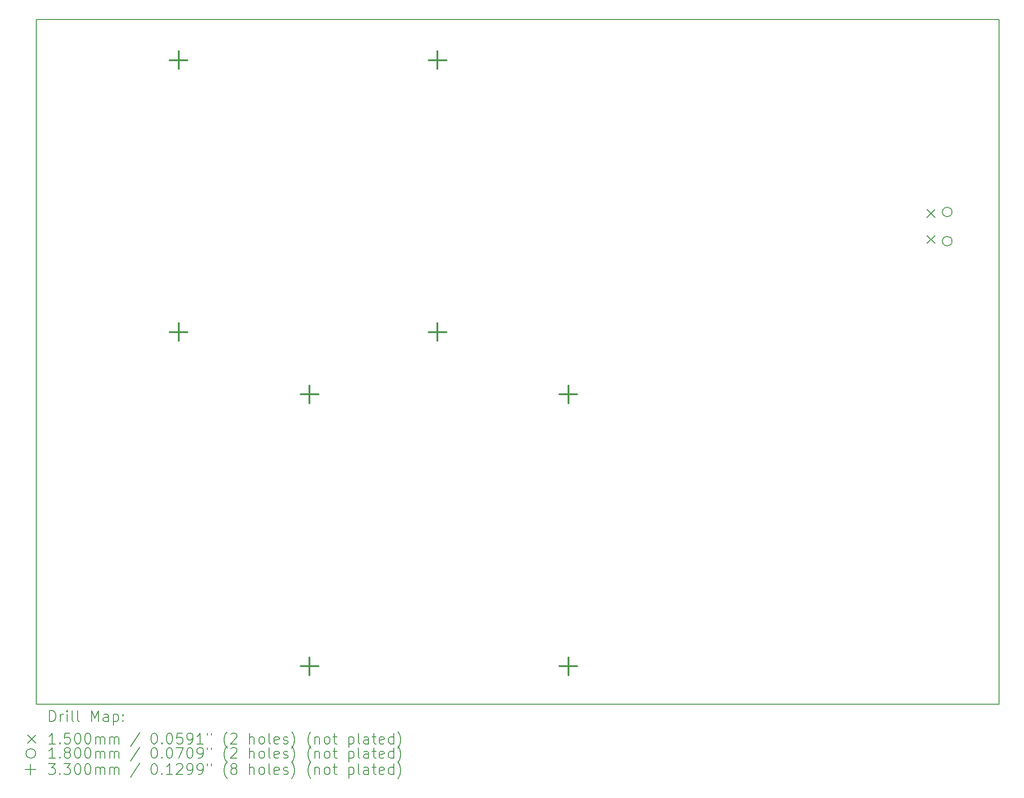
<source format=gbr>
%TF.GenerationSoftware,KiCad,Pcbnew,8.0.8-8.0.8-0~ubuntu22.04.1*%
%TF.CreationDate,2025-01-31T14:51:57-08:00*%
%TF.ProjectId,Backplane_Board,4261636b-706c-4616-9e65-5f426f617264,1*%
%TF.SameCoordinates,Original*%
%TF.FileFunction,Drillmap*%
%TF.FilePolarity,Positive*%
%FSLAX45Y45*%
G04 Gerber Fmt 4.5, Leading zero omitted, Abs format (unit mm)*
G04 Created by KiCad (PCBNEW 8.0.8-8.0.8-0~ubuntu22.04.1) date 2025-01-31 14:51:57*
%MOMM*%
%LPD*%
G01*
G04 APERTURE LIST*
%ADD10C,0.200000*%
%ADD11C,0.150000*%
%ADD12C,0.180000*%
%ADD13C,0.330000*%
G04 APERTURE END LIST*
D10*
X3130000Y-2340000D02*
X21102000Y-2340000D01*
X21102000Y-15130000D01*
X3130000Y-15130000D01*
X3130000Y-2340000D01*
D11*
X19753500Y-5888500D02*
X19903500Y-6038500D01*
X19903500Y-5888500D02*
X19753500Y-6038500D01*
X19753500Y-6373500D02*
X19903500Y-6523500D01*
X19903500Y-6373500D02*
X19753500Y-6523500D01*
D12*
X20221500Y-5933500D02*
G75*
G02*
X20041500Y-5933500I-90000J0D01*
G01*
X20041500Y-5933500D02*
G75*
G02*
X20221500Y-5933500I90000J0D01*
G01*
X20221500Y-6478500D02*
G75*
G02*
X20041500Y-6478500I-90000J0D01*
G01*
X20041500Y-6478500D02*
G75*
G02*
X20221500Y-6478500I90000J0D01*
G01*
D13*
X5789500Y-2932500D02*
X5789500Y-3262500D01*
X5624500Y-3097500D02*
X5954500Y-3097500D01*
X5789500Y-8012500D02*
X5789500Y-8342500D01*
X5624500Y-8177500D02*
X5954500Y-8177500D01*
X8230000Y-9175000D02*
X8230000Y-9505000D01*
X8065000Y-9340000D02*
X8395000Y-9340000D01*
X8230000Y-14255000D02*
X8230000Y-14585000D01*
X8065000Y-14420000D02*
X8395000Y-14420000D01*
X10619500Y-2932500D02*
X10619500Y-3262500D01*
X10454500Y-3097500D02*
X10784500Y-3097500D01*
X10619500Y-8012500D02*
X10619500Y-8342500D01*
X10454500Y-8177500D02*
X10784500Y-8177500D01*
X13060000Y-9175000D02*
X13060000Y-9505000D01*
X12895000Y-9340000D02*
X13225000Y-9340000D01*
X13060000Y-14255000D02*
X13060000Y-14585000D01*
X12895000Y-14420000D02*
X13225000Y-14420000D01*
D10*
X3380777Y-15451484D02*
X3380777Y-15251484D01*
X3380777Y-15251484D02*
X3428396Y-15251484D01*
X3428396Y-15251484D02*
X3456967Y-15261008D01*
X3456967Y-15261008D02*
X3476015Y-15280055D01*
X3476015Y-15280055D02*
X3485539Y-15299103D01*
X3485539Y-15299103D02*
X3495062Y-15337198D01*
X3495062Y-15337198D02*
X3495062Y-15365769D01*
X3495062Y-15365769D02*
X3485539Y-15403865D01*
X3485539Y-15403865D02*
X3476015Y-15422912D01*
X3476015Y-15422912D02*
X3456967Y-15441960D01*
X3456967Y-15441960D02*
X3428396Y-15451484D01*
X3428396Y-15451484D02*
X3380777Y-15451484D01*
X3580777Y-15451484D02*
X3580777Y-15318150D01*
X3580777Y-15356246D02*
X3590301Y-15337198D01*
X3590301Y-15337198D02*
X3599824Y-15327674D01*
X3599824Y-15327674D02*
X3618872Y-15318150D01*
X3618872Y-15318150D02*
X3637920Y-15318150D01*
X3704586Y-15451484D02*
X3704586Y-15318150D01*
X3704586Y-15251484D02*
X3695062Y-15261008D01*
X3695062Y-15261008D02*
X3704586Y-15270531D01*
X3704586Y-15270531D02*
X3714110Y-15261008D01*
X3714110Y-15261008D02*
X3704586Y-15251484D01*
X3704586Y-15251484D02*
X3704586Y-15270531D01*
X3828396Y-15451484D02*
X3809348Y-15441960D01*
X3809348Y-15441960D02*
X3799824Y-15422912D01*
X3799824Y-15422912D02*
X3799824Y-15251484D01*
X3933158Y-15451484D02*
X3914110Y-15441960D01*
X3914110Y-15441960D02*
X3904586Y-15422912D01*
X3904586Y-15422912D02*
X3904586Y-15251484D01*
X4161729Y-15451484D02*
X4161729Y-15251484D01*
X4161729Y-15251484D02*
X4228396Y-15394341D01*
X4228396Y-15394341D02*
X4295063Y-15251484D01*
X4295063Y-15251484D02*
X4295063Y-15451484D01*
X4476015Y-15451484D02*
X4476015Y-15346722D01*
X4476015Y-15346722D02*
X4466491Y-15327674D01*
X4466491Y-15327674D02*
X4447444Y-15318150D01*
X4447444Y-15318150D02*
X4409348Y-15318150D01*
X4409348Y-15318150D02*
X4390301Y-15327674D01*
X4476015Y-15441960D02*
X4456967Y-15451484D01*
X4456967Y-15451484D02*
X4409348Y-15451484D01*
X4409348Y-15451484D02*
X4390301Y-15441960D01*
X4390301Y-15441960D02*
X4380777Y-15422912D01*
X4380777Y-15422912D02*
X4380777Y-15403865D01*
X4380777Y-15403865D02*
X4390301Y-15384817D01*
X4390301Y-15384817D02*
X4409348Y-15375293D01*
X4409348Y-15375293D02*
X4456967Y-15375293D01*
X4456967Y-15375293D02*
X4476015Y-15365769D01*
X4571253Y-15318150D02*
X4571253Y-15518150D01*
X4571253Y-15327674D02*
X4590301Y-15318150D01*
X4590301Y-15318150D02*
X4628396Y-15318150D01*
X4628396Y-15318150D02*
X4647444Y-15327674D01*
X4647444Y-15327674D02*
X4656967Y-15337198D01*
X4656967Y-15337198D02*
X4666491Y-15356246D01*
X4666491Y-15356246D02*
X4666491Y-15413388D01*
X4666491Y-15413388D02*
X4656967Y-15432436D01*
X4656967Y-15432436D02*
X4647444Y-15441960D01*
X4647444Y-15441960D02*
X4628396Y-15451484D01*
X4628396Y-15451484D02*
X4590301Y-15451484D01*
X4590301Y-15451484D02*
X4571253Y-15441960D01*
X4752205Y-15432436D02*
X4761729Y-15441960D01*
X4761729Y-15441960D02*
X4752205Y-15451484D01*
X4752205Y-15451484D02*
X4742682Y-15441960D01*
X4742682Y-15441960D02*
X4752205Y-15432436D01*
X4752205Y-15432436D02*
X4752205Y-15451484D01*
X4752205Y-15327674D02*
X4761729Y-15337198D01*
X4761729Y-15337198D02*
X4752205Y-15346722D01*
X4752205Y-15346722D02*
X4742682Y-15337198D01*
X4742682Y-15337198D02*
X4752205Y-15327674D01*
X4752205Y-15327674D02*
X4752205Y-15346722D01*
D11*
X2970000Y-15705000D02*
X3120000Y-15855000D01*
X3120000Y-15705000D02*
X2970000Y-15855000D01*
D10*
X3485539Y-15871484D02*
X3371253Y-15871484D01*
X3428396Y-15871484D02*
X3428396Y-15671484D01*
X3428396Y-15671484D02*
X3409348Y-15700055D01*
X3409348Y-15700055D02*
X3390301Y-15719103D01*
X3390301Y-15719103D02*
X3371253Y-15728627D01*
X3571253Y-15852436D02*
X3580777Y-15861960D01*
X3580777Y-15861960D02*
X3571253Y-15871484D01*
X3571253Y-15871484D02*
X3561729Y-15861960D01*
X3561729Y-15861960D02*
X3571253Y-15852436D01*
X3571253Y-15852436D02*
X3571253Y-15871484D01*
X3761729Y-15671484D02*
X3666491Y-15671484D01*
X3666491Y-15671484D02*
X3656967Y-15766722D01*
X3656967Y-15766722D02*
X3666491Y-15757198D01*
X3666491Y-15757198D02*
X3685539Y-15747674D01*
X3685539Y-15747674D02*
X3733158Y-15747674D01*
X3733158Y-15747674D02*
X3752205Y-15757198D01*
X3752205Y-15757198D02*
X3761729Y-15766722D01*
X3761729Y-15766722D02*
X3771253Y-15785769D01*
X3771253Y-15785769D02*
X3771253Y-15833388D01*
X3771253Y-15833388D02*
X3761729Y-15852436D01*
X3761729Y-15852436D02*
X3752205Y-15861960D01*
X3752205Y-15861960D02*
X3733158Y-15871484D01*
X3733158Y-15871484D02*
X3685539Y-15871484D01*
X3685539Y-15871484D02*
X3666491Y-15861960D01*
X3666491Y-15861960D02*
X3656967Y-15852436D01*
X3895062Y-15671484D02*
X3914110Y-15671484D01*
X3914110Y-15671484D02*
X3933158Y-15681008D01*
X3933158Y-15681008D02*
X3942682Y-15690531D01*
X3942682Y-15690531D02*
X3952205Y-15709579D01*
X3952205Y-15709579D02*
X3961729Y-15747674D01*
X3961729Y-15747674D02*
X3961729Y-15795293D01*
X3961729Y-15795293D02*
X3952205Y-15833388D01*
X3952205Y-15833388D02*
X3942682Y-15852436D01*
X3942682Y-15852436D02*
X3933158Y-15861960D01*
X3933158Y-15861960D02*
X3914110Y-15871484D01*
X3914110Y-15871484D02*
X3895062Y-15871484D01*
X3895062Y-15871484D02*
X3876015Y-15861960D01*
X3876015Y-15861960D02*
X3866491Y-15852436D01*
X3866491Y-15852436D02*
X3856967Y-15833388D01*
X3856967Y-15833388D02*
X3847443Y-15795293D01*
X3847443Y-15795293D02*
X3847443Y-15747674D01*
X3847443Y-15747674D02*
X3856967Y-15709579D01*
X3856967Y-15709579D02*
X3866491Y-15690531D01*
X3866491Y-15690531D02*
X3876015Y-15681008D01*
X3876015Y-15681008D02*
X3895062Y-15671484D01*
X4085539Y-15671484D02*
X4104586Y-15671484D01*
X4104586Y-15671484D02*
X4123634Y-15681008D01*
X4123634Y-15681008D02*
X4133158Y-15690531D01*
X4133158Y-15690531D02*
X4142682Y-15709579D01*
X4142682Y-15709579D02*
X4152205Y-15747674D01*
X4152205Y-15747674D02*
X4152205Y-15795293D01*
X4152205Y-15795293D02*
X4142682Y-15833388D01*
X4142682Y-15833388D02*
X4133158Y-15852436D01*
X4133158Y-15852436D02*
X4123634Y-15861960D01*
X4123634Y-15861960D02*
X4104586Y-15871484D01*
X4104586Y-15871484D02*
X4085539Y-15871484D01*
X4085539Y-15871484D02*
X4066491Y-15861960D01*
X4066491Y-15861960D02*
X4056967Y-15852436D01*
X4056967Y-15852436D02*
X4047443Y-15833388D01*
X4047443Y-15833388D02*
X4037920Y-15795293D01*
X4037920Y-15795293D02*
X4037920Y-15747674D01*
X4037920Y-15747674D02*
X4047443Y-15709579D01*
X4047443Y-15709579D02*
X4056967Y-15690531D01*
X4056967Y-15690531D02*
X4066491Y-15681008D01*
X4066491Y-15681008D02*
X4085539Y-15671484D01*
X4237920Y-15871484D02*
X4237920Y-15738150D01*
X4237920Y-15757198D02*
X4247444Y-15747674D01*
X4247444Y-15747674D02*
X4266491Y-15738150D01*
X4266491Y-15738150D02*
X4295063Y-15738150D01*
X4295063Y-15738150D02*
X4314110Y-15747674D01*
X4314110Y-15747674D02*
X4323634Y-15766722D01*
X4323634Y-15766722D02*
X4323634Y-15871484D01*
X4323634Y-15766722D02*
X4333158Y-15747674D01*
X4333158Y-15747674D02*
X4352205Y-15738150D01*
X4352205Y-15738150D02*
X4380777Y-15738150D01*
X4380777Y-15738150D02*
X4399825Y-15747674D01*
X4399825Y-15747674D02*
X4409348Y-15766722D01*
X4409348Y-15766722D02*
X4409348Y-15871484D01*
X4504586Y-15871484D02*
X4504586Y-15738150D01*
X4504586Y-15757198D02*
X4514110Y-15747674D01*
X4514110Y-15747674D02*
X4533158Y-15738150D01*
X4533158Y-15738150D02*
X4561729Y-15738150D01*
X4561729Y-15738150D02*
X4580777Y-15747674D01*
X4580777Y-15747674D02*
X4590301Y-15766722D01*
X4590301Y-15766722D02*
X4590301Y-15871484D01*
X4590301Y-15766722D02*
X4599825Y-15747674D01*
X4599825Y-15747674D02*
X4618872Y-15738150D01*
X4618872Y-15738150D02*
X4647444Y-15738150D01*
X4647444Y-15738150D02*
X4666491Y-15747674D01*
X4666491Y-15747674D02*
X4676015Y-15766722D01*
X4676015Y-15766722D02*
X4676015Y-15871484D01*
X5066491Y-15661960D02*
X4895063Y-15919103D01*
X5323634Y-15671484D02*
X5342682Y-15671484D01*
X5342682Y-15671484D02*
X5361729Y-15681008D01*
X5361729Y-15681008D02*
X5371253Y-15690531D01*
X5371253Y-15690531D02*
X5380777Y-15709579D01*
X5380777Y-15709579D02*
X5390301Y-15747674D01*
X5390301Y-15747674D02*
X5390301Y-15795293D01*
X5390301Y-15795293D02*
X5380777Y-15833388D01*
X5380777Y-15833388D02*
X5371253Y-15852436D01*
X5371253Y-15852436D02*
X5361729Y-15861960D01*
X5361729Y-15861960D02*
X5342682Y-15871484D01*
X5342682Y-15871484D02*
X5323634Y-15871484D01*
X5323634Y-15871484D02*
X5304587Y-15861960D01*
X5304587Y-15861960D02*
X5295063Y-15852436D01*
X5295063Y-15852436D02*
X5285539Y-15833388D01*
X5285539Y-15833388D02*
X5276015Y-15795293D01*
X5276015Y-15795293D02*
X5276015Y-15747674D01*
X5276015Y-15747674D02*
X5285539Y-15709579D01*
X5285539Y-15709579D02*
X5295063Y-15690531D01*
X5295063Y-15690531D02*
X5304587Y-15681008D01*
X5304587Y-15681008D02*
X5323634Y-15671484D01*
X5476015Y-15852436D02*
X5485539Y-15861960D01*
X5485539Y-15861960D02*
X5476015Y-15871484D01*
X5476015Y-15871484D02*
X5466491Y-15861960D01*
X5466491Y-15861960D02*
X5476015Y-15852436D01*
X5476015Y-15852436D02*
X5476015Y-15871484D01*
X5609348Y-15671484D02*
X5628396Y-15671484D01*
X5628396Y-15671484D02*
X5647444Y-15681008D01*
X5647444Y-15681008D02*
X5656967Y-15690531D01*
X5656967Y-15690531D02*
X5666491Y-15709579D01*
X5666491Y-15709579D02*
X5676015Y-15747674D01*
X5676015Y-15747674D02*
X5676015Y-15795293D01*
X5676015Y-15795293D02*
X5666491Y-15833388D01*
X5666491Y-15833388D02*
X5656967Y-15852436D01*
X5656967Y-15852436D02*
X5647444Y-15861960D01*
X5647444Y-15861960D02*
X5628396Y-15871484D01*
X5628396Y-15871484D02*
X5609348Y-15871484D01*
X5609348Y-15871484D02*
X5590301Y-15861960D01*
X5590301Y-15861960D02*
X5580777Y-15852436D01*
X5580777Y-15852436D02*
X5571253Y-15833388D01*
X5571253Y-15833388D02*
X5561729Y-15795293D01*
X5561729Y-15795293D02*
X5561729Y-15747674D01*
X5561729Y-15747674D02*
X5571253Y-15709579D01*
X5571253Y-15709579D02*
X5580777Y-15690531D01*
X5580777Y-15690531D02*
X5590301Y-15681008D01*
X5590301Y-15681008D02*
X5609348Y-15671484D01*
X5856967Y-15671484D02*
X5761729Y-15671484D01*
X5761729Y-15671484D02*
X5752206Y-15766722D01*
X5752206Y-15766722D02*
X5761729Y-15757198D01*
X5761729Y-15757198D02*
X5780777Y-15747674D01*
X5780777Y-15747674D02*
X5828396Y-15747674D01*
X5828396Y-15747674D02*
X5847444Y-15757198D01*
X5847444Y-15757198D02*
X5856967Y-15766722D01*
X5856967Y-15766722D02*
X5866491Y-15785769D01*
X5866491Y-15785769D02*
X5866491Y-15833388D01*
X5866491Y-15833388D02*
X5856967Y-15852436D01*
X5856967Y-15852436D02*
X5847444Y-15861960D01*
X5847444Y-15861960D02*
X5828396Y-15871484D01*
X5828396Y-15871484D02*
X5780777Y-15871484D01*
X5780777Y-15871484D02*
X5761729Y-15861960D01*
X5761729Y-15861960D02*
X5752206Y-15852436D01*
X5961729Y-15871484D02*
X5999825Y-15871484D01*
X5999825Y-15871484D02*
X6018872Y-15861960D01*
X6018872Y-15861960D02*
X6028396Y-15852436D01*
X6028396Y-15852436D02*
X6047444Y-15823865D01*
X6047444Y-15823865D02*
X6056967Y-15785769D01*
X6056967Y-15785769D02*
X6056967Y-15709579D01*
X6056967Y-15709579D02*
X6047444Y-15690531D01*
X6047444Y-15690531D02*
X6037920Y-15681008D01*
X6037920Y-15681008D02*
X6018872Y-15671484D01*
X6018872Y-15671484D02*
X5980777Y-15671484D01*
X5980777Y-15671484D02*
X5961729Y-15681008D01*
X5961729Y-15681008D02*
X5952206Y-15690531D01*
X5952206Y-15690531D02*
X5942682Y-15709579D01*
X5942682Y-15709579D02*
X5942682Y-15757198D01*
X5942682Y-15757198D02*
X5952206Y-15776246D01*
X5952206Y-15776246D02*
X5961729Y-15785769D01*
X5961729Y-15785769D02*
X5980777Y-15795293D01*
X5980777Y-15795293D02*
X6018872Y-15795293D01*
X6018872Y-15795293D02*
X6037920Y-15785769D01*
X6037920Y-15785769D02*
X6047444Y-15776246D01*
X6047444Y-15776246D02*
X6056967Y-15757198D01*
X6247444Y-15871484D02*
X6133158Y-15871484D01*
X6190301Y-15871484D02*
X6190301Y-15671484D01*
X6190301Y-15671484D02*
X6171253Y-15700055D01*
X6171253Y-15700055D02*
X6152206Y-15719103D01*
X6152206Y-15719103D02*
X6133158Y-15728627D01*
X6323634Y-15671484D02*
X6323634Y-15709579D01*
X6399825Y-15671484D02*
X6399825Y-15709579D01*
X6695063Y-15947674D02*
X6685539Y-15938150D01*
X6685539Y-15938150D02*
X6666491Y-15909579D01*
X6666491Y-15909579D02*
X6656968Y-15890531D01*
X6656968Y-15890531D02*
X6647444Y-15861960D01*
X6647444Y-15861960D02*
X6637920Y-15814341D01*
X6637920Y-15814341D02*
X6637920Y-15776246D01*
X6637920Y-15776246D02*
X6647444Y-15728627D01*
X6647444Y-15728627D02*
X6656968Y-15700055D01*
X6656968Y-15700055D02*
X6666491Y-15681008D01*
X6666491Y-15681008D02*
X6685539Y-15652436D01*
X6685539Y-15652436D02*
X6695063Y-15642912D01*
X6761729Y-15690531D02*
X6771253Y-15681008D01*
X6771253Y-15681008D02*
X6790301Y-15671484D01*
X6790301Y-15671484D02*
X6837920Y-15671484D01*
X6837920Y-15671484D02*
X6856968Y-15681008D01*
X6856968Y-15681008D02*
X6866491Y-15690531D01*
X6866491Y-15690531D02*
X6876015Y-15709579D01*
X6876015Y-15709579D02*
X6876015Y-15728627D01*
X6876015Y-15728627D02*
X6866491Y-15757198D01*
X6866491Y-15757198D02*
X6752206Y-15871484D01*
X6752206Y-15871484D02*
X6876015Y-15871484D01*
X7114110Y-15871484D02*
X7114110Y-15671484D01*
X7199825Y-15871484D02*
X7199825Y-15766722D01*
X7199825Y-15766722D02*
X7190301Y-15747674D01*
X7190301Y-15747674D02*
X7171253Y-15738150D01*
X7171253Y-15738150D02*
X7142682Y-15738150D01*
X7142682Y-15738150D02*
X7123634Y-15747674D01*
X7123634Y-15747674D02*
X7114110Y-15757198D01*
X7323634Y-15871484D02*
X7304587Y-15861960D01*
X7304587Y-15861960D02*
X7295063Y-15852436D01*
X7295063Y-15852436D02*
X7285539Y-15833388D01*
X7285539Y-15833388D02*
X7285539Y-15776246D01*
X7285539Y-15776246D02*
X7295063Y-15757198D01*
X7295063Y-15757198D02*
X7304587Y-15747674D01*
X7304587Y-15747674D02*
X7323634Y-15738150D01*
X7323634Y-15738150D02*
X7352206Y-15738150D01*
X7352206Y-15738150D02*
X7371253Y-15747674D01*
X7371253Y-15747674D02*
X7380777Y-15757198D01*
X7380777Y-15757198D02*
X7390301Y-15776246D01*
X7390301Y-15776246D02*
X7390301Y-15833388D01*
X7390301Y-15833388D02*
X7380777Y-15852436D01*
X7380777Y-15852436D02*
X7371253Y-15861960D01*
X7371253Y-15861960D02*
X7352206Y-15871484D01*
X7352206Y-15871484D02*
X7323634Y-15871484D01*
X7504587Y-15871484D02*
X7485539Y-15861960D01*
X7485539Y-15861960D02*
X7476015Y-15842912D01*
X7476015Y-15842912D02*
X7476015Y-15671484D01*
X7656968Y-15861960D02*
X7637920Y-15871484D01*
X7637920Y-15871484D02*
X7599825Y-15871484D01*
X7599825Y-15871484D02*
X7580777Y-15861960D01*
X7580777Y-15861960D02*
X7571253Y-15842912D01*
X7571253Y-15842912D02*
X7571253Y-15766722D01*
X7571253Y-15766722D02*
X7580777Y-15747674D01*
X7580777Y-15747674D02*
X7599825Y-15738150D01*
X7599825Y-15738150D02*
X7637920Y-15738150D01*
X7637920Y-15738150D02*
X7656968Y-15747674D01*
X7656968Y-15747674D02*
X7666491Y-15766722D01*
X7666491Y-15766722D02*
X7666491Y-15785769D01*
X7666491Y-15785769D02*
X7571253Y-15804817D01*
X7742682Y-15861960D02*
X7761730Y-15871484D01*
X7761730Y-15871484D02*
X7799825Y-15871484D01*
X7799825Y-15871484D02*
X7818872Y-15861960D01*
X7818872Y-15861960D02*
X7828396Y-15842912D01*
X7828396Y-15842912D02*
X7828396Y-15833388D01*
X7828396Y-15833388D02*
X7818872Y-15814341D01*
X7818872Y-15814341D02*
X7799825Y-15804817D01*
X7799825Y-15804817D02*
X7771253Y-15804817D01*
X7771253Y-15804817D02*
X7752206Y-15795293D01*
X7752206Y-15795293D02*
X7742682Y-15776246D01*
X7742682Y-15776246D02*
X7742682Y-15766722D01*
X7742682Y-15766722D02*
X7752206Y-15747674D01*
X7752206Y-15747674D02*
X7771253Y-15738150D01*
X7771253Y-15738150D02*
X7799825Y-15738150D01*
X7799825Y-15738150D02*
X7818872Y-15747674D01*
X7895063Y-15947674D02*
X7904587Y-15938150D01*
X7904587Y-15938150D02*
X7923634Y-15909579D01*
X7923634Y-15909579D02*
X7933158Y-15890531D01*
X7933158Y-15890531D02*
X7942682Y-15861960D01*
X7942682Y-15861960D02*
X7952206Y-15814341D01*
X7952206Y-15814341D02*
X7952206Y-15776246D01*
X7952206Y-15776246D02*
X7942682Y-15728627D01*
X7942682Y-15728627D02*
X7933158Y-15700055D01*
X7933158Y-15700055D02*
X7923634Y-15681008D01*
X7923634Y-15681008D02*
X7904587Y-15652436D01*
X7904587Y-15652436D02*
X7895063Y-15642912D01*
X8256968Y-15947674D02*
X8247444Y-15938150D01*
X8247444Y-15938150D02*
X8228396Y-15909579D01*
X8228396Y-15909579D02*
X8218872Y-15890531D01*
X8218872Y-15890531D02*
X8209349Y-15861960D01*
X8209349Y-15861960D02*
X8199825Y-15814341D01*
X8199825Y-15814341D02*
X8199825Y-15776246D01*
X8199825Y-15776246D02*
X8209349Y-15728627D01*
X8209349Y-15728627D02*
X8218872Y-15700055D01*
X8218872Y-15700055D02*
X8228396Y-15681008D01*
X8228396Y-15681008D02*
X8247444Y-15652436D01*
X8247444Y-15652436D02*
X8256968Y-15642912D01*
X8333158Y-15738150D02*
X8333158Y-15871484D01*
X8333158Y-15757198D02*
X8342682Y-15747674D01*
X8342682Y-15747674D02*
X8361730Y-15738150D01*
X8361730Y-15738150D02*
X8390301Y-15738150D01*
X8390301Y-15738150D02*
X8409349Y-15747674D01*
X8409349Y-15747674D02*
X8418873Y-15766722D01*
X8418873Y-15766722D02*
X8418873Y-15871484D01*
X8542682Y-15871484D02*
X8523634Y-15861960D01*
X8523634Y-15861960D02*
X8514111Y-15852436D01*
X8514111Y-15852436D02*
X8504587Y-15833388D01*
X8504587Y-15833388D02*
X8504587Y-15776246D01*
X8504587Y-15776246D02*
X8514111Y-15757198D01*
X8514111Y-15757198D02*
X8523634Y-15747674D01*
X8523634Y-15747674D02*
X8542682Y-15738150D01*
X8542682Y-15738150D02*
X8571254Y-15738150D01*
X8571254Y-15738150D02*
X8590301Y-15747674D01*
X8590301Y-15747674D02*
X8599825Y-15757198D01*
X8599825Y-15757198D02*
X8609349Y-15776246D01*
X8609349Y-15776246D02*
X8609349Y-15833388D01*
X8609349Y-15833388D02*
X8599825Y-15852436D01*
X8599825Y-15852436D02*
X8590301Y-15861960D01*
X8590301Y-15861960D02*
X8571254Y-15871484D01*
X8571254Y-15871484D02*
X8542682Y-15871484D01*
X8666492Y-15738150D02*
X8742682Y-15738150D01*
X8695063Y-15671484D02*
X8695063Y-15842912D01*
X8695063Y-15842912D02*
X8704587Y-15861960D01*
X8704587Y-15861960D02*
X8723634Y-15871484D01*
X8723634Y-15871484D02*
X8742682Y-15871484D01*
X8961730Y-15738150D02*
X8961730Y-15938150D01*
X8961730Y-15747674D02*
X8980777Y-15738150D01*
X8980777Y-15738150D02*
X9018873Y-15738150D01*
X9018873Y-15738150D02*
X9037920Y-15747674D01*
X9037920Y-15747674D02*
X9047444Y-15757198D01*
X9047444Y-15757198D02*
X9056968Y-15776246D01*
X9056968Y-15776246D02*
X9056968Y-15833388D01*
X9056968Y-15833388D02*
X9047444Y-15852436D01*
X9047444Y-15852436D02*
X9037920Y-15861960D01*
X9037920Y-15861960D02*
X9018873Y-15871484D01*
X9018873Y-15871484D02*
X8980777Y-15871484D01*
X8980777Y-15871484D02*
X8961730Y-15861960D01*
X9171254Y-15871484D02*
X9152206Y-15861960D01*
X9152206Y-15861960D02*
X9142682Y-15842912D01*
X9142682Y-15842912D02*
X9142682Y-15671484D01*
X9333158Y-15871484D02*
X9333158Y-15766722D01*
X9333158Y-15766722D02*
X9323635Y-15747674D01*
X9323635Y-15747674D02*
X9304587Y-15738150D01*
X9304587Y-15738150D02*
X9266492Y-15738150D01*
X9266492Y-15738150D02*
X9247444Y-15747674D01*
X9333158Y-15861960D02*
X9314111Y-15871484D01*
X9314111Y-15871484D02*
X9266492Y-15871484D01*
X9266492Y-15871484D02*
X9247444Y-15861960D01*
X9247444Y-15861960D02*
X9237920Y-15842912D01*
X9237920Y-15842912D02*
X9237920Y-15823865D01*
X9237920Y-15823865D02*
X9247444Y-15804817D01*
X9247444Y-15804817D02*
X9266492Y-15795293D01*
X9266492Y-15795293D02*
X9314111Y-15795293D01*
X9314111Y-15795293D02*
X9333158Y-15785769D01*
X9399825Y-15738150D02*
X9476015Y-15738150D01*
X9428396Y-15671484D02*
X9428396Y-15842912D01*
X9428396Y-15842912D02*
X9437920Y-15861960D01*
X9437920Y-15861960D02*
X9456968Y-15871484D01*
X9456968Y-15871484D02*
X9476015Y-15871484D01*
X9618873Y-15861960D02*
X9599825Y-15871484D01*
X9599825Y-15871484D02*
X9561730Y-15871484D01*
X9561730Y-15871484D02*
X9542682Y-15861960D01*
X9542682Y-15861960D02*
X9533158Y-15842912D01*
X9533158Y-15842912D02*
X9533158Y-15766722D01*
X9533158Y-15766722D02*
X9542682Y-15747674D01*
X9542682Y-15747674D02*
X9561730Y-15738150D01*
X9561730Y-15738150D02*
X9599825Y-15738150D01*
X9599825Y-15738150D02*
X9618873Y-15747674D01*
X9618873Y-15747674D02*
X9628396Y-15766722D01*
X9628396Y-15766722D02*
X9628396Y-15785769D01*
X9628396Y-15785769D02*
X9533158Y-15804817D01*
X9799825Y-15871484D02*
X9799825Y-15671484D01*
X9799825Y-15861960D02*
X9780777Y-15871484D01*
X9780777Y-15871484D02*
X9742682Y-15871484D01*
X9742682Y-15871484D02*
X9723635Y-15861960D01*
X9723635Y-15861960D02*
X9714111Y-15852436D01*
X9714111Y-15852436D02*
X9704587Y-15833388D01*
X9704587Y-15833388D02*
X9704587Y-15776246D01*
X9704587Y-15776246D02*
X9714111Y-15757198D01*
X9714111Y-15757198D02*
X9723635Y-15747674D01*
X9723635Y-15747674D02*
X9742682Y-15738150D01*
X9742682Y-15738150D02*
X9780777Y-15738150D01*
X9780777Y-15738150D02*
X9799825Y-15747674D01*
X9876016Y-15947674D02*
X9885539Y-15938150D01*
X9885539Y-15938150D02*
X9904587Y-15909579D01*
X9904587Y-15909579D02*
X9914111Y-15890531D01*
X9914111Y-15890531D02*
X9923635Y-15861960D01*
X9923635Y-15861960D02*
X9933158Y-15814341D01*
X9933158Y-15814341D02*
X9933158Y-15776246D01*
X9933158Y-15776246D02*
X9923635Y-15728627D01*
X9923635Y-15728627D02*
X9914111Y-15700055D01*
X9914111Y-15700055D02*
X9904587Y-15681008D01*
X9904587Y-15681008D02*
X9885539Y-15652436D01*
X9885539Y-15652436D02*
X9876016Y-15642912D01*
D12*
X3120000Y-16050000D02*
G75*
G02*
X2940000Y-16050000I-90000J0D01*
G01*
X2940000Y-16050000D02*
G75*
G02*
X3120000Y-16050000I90000J0D01*
G01*
D10*
X3485539Y-16141484D02*
X3371253Y-16141484D01*
X3428396Y-16141484D02*
X3428396Y-15941484D01*
X3428396Y-15941484D02*
X3409348Y-15970055D01*
X3409348Y-15970055D02*
X3390301Y-15989103D01*
X3390301Y-15989103D02*
X3371253Y-15998627D01*
X3571253Y-16122436D02*
X3580777Y-16131960D01*
X3580777Y-16131960D02*
X3571253Y-16141484D01*
X3571253Y-16141484D02*
X3561729Y-16131960D01*
X3561729Y-16131960D02*
X3571253Y-16122436D01*
X3571253Y-16122436D02*
X3571253Y-16141484D01*
X3695062Y-16027198D02*
X3676015Y-16017674D01*
X3676015Y-16017674D02*
X3666491Y-16008150D01*
X3666491Y-16008150D02*
X3656967Y-15989103D01*
X3656967Y-15989103D02*
X3656967Y-15979579D01*
X3656967Y-15979579D02*
X3666491Y-15960531D01*
X3666491Y-15960531D02*
X3676015Y-15951008D01*
X3676015Y-15951008D02*
X3695062Y-15941484D01*
X3695062Y-15941484D02*
X3733158Y-15941484D01*
X3733158Y-15941484D02*
X3752205Y-15951008D01*
X3752205Y-15951008D02*
X3761729Y-15960531D01*
X3761729Y-15960531D02*
X3771253Y-15979579D01*
X3771253Y-15979579D02*
X3771253Y-15989103D01*
X3771253Y-15989103D02*
X3761729Y-16008150D01*
X3761729Y-16008150D02*
X3752205Y-16017674D01*
X3752205Y-16017674D02*
X3733158Y-16027198D01*
X3733158Y-16027198D02*
X3695062Y-16027198D01*
X3695062Y-16027198D02*
X3676015Y-16036722D01*
X3676015Y-16036722D02*
X3666491Y-16046246D01*
X3666491Y-16046246D02*
X3656967Y-16065293D01*
X3656967Y-16065293D02*
X3656967Y-16103388D01*
X3656967Y-16103388D02*
X3666491Y-16122436D01*
X3666491Y-16122436D02*
X3676015Y-16131960D01*
X3676015Y-16131960D02*
X3695062Y-16141484D01*
X3695062Y-16141484D02*
X3733158Y-16141484D01*
X3733158Y-16141484D02*
X3752205Y-16131960D01*
X3752205Y-16131960D02*
X3761729Y-16122436D01*
X3761729Y-16122436D02*
X3771253Y-16103388D01*
X3771253Y-16103388D02*
X3771253Y-16065293D01*
X3771253Y-16065293D02*
X3761729Y-16046246D01*
X3761729Y-16046246D02*
X3752205Y-16036722D01*
X3752205Y-16036722D02*
X3733158Y-16027198D01*
X3895062Y-15941484D02*
X3914110Y-15941484D01*
X3914110Y-15941484D02*
X3933158Y-15951008D01*
X3933158Y-15951008D02*
X3942682Y-15960531D01*
X3942682Y-15960531D02*
X3952205Y-15979579D01*
X3952205Y-15979579D02*
X3961729Y-16017674D01*
X3961729Y-16017674D02*
X3961729Y-16065293D01*
X3961729Y-16065293D02*
X3952205Y-16103388D01*
X3952205Y-16103388D02*
X3942682Y-16122436D01*
X3942682Y-16122436D02*
X3933158Y-16131960D01*
X3933158Y-16131960D02*
X3914110Y-16141484D01*
X3914110Y-16141484D02*
X3895062Y-16141484D01*
X3895062Y-16141484D02*
X3876015Y-16131960D01*
X3876015Y-16131960D02*
X3866491Y-16122436D01*
X3866491Y-16122436D02*
X3856967Y-16103388D01*
X3856967Y-16103388D02*
X3847443Y-16065293D01*
X3847443Y-16065293D02*
X3847443Y-16017674D01*
X3847443Y-16017674D02*
X3856967Y-15979579D01*
X3856967Y-15979579D02*
X3866491Y-15960531D01*
X3866491Y-15960531D02*
X3876015Y-15951008D01*
X3876015Y-15951008D02*
X3895062Y-15941484D01*
X4085539Y-15941484D02*
X4104586Y-15941484D01*
X4104586Y-15941484D02*
X4123634Y-15951008D01*
X4123634Y-15951008D02*
X4133158Y-15960531D01*
X4133158Y-15960531D02*
X4142682Y-15979579D01*
X4142682Y-15979579D02*
X4152205Y-16017674D01*
X4152205Y-16017674D02*
X4152205Y-16065293D01*
X4152205Y-16065293D02*
X4142682Y-16103388D01*
X4142682Y-16103388D02*
X4133158Y-16122436D01*
X4133158Y-16122436D02*
X4123634Y-16131960D01*
X4123634Y-16131960D02*
X4104586Y-16141484D01*
X4104586Y-16141484D02*
X4085539Y-16141484D01*
X4085539Y-16141484D02*
X4066491Y-16131960D01*
X4066491Y-16131960D02*
X4056967Y-16122436D01*
X4056967Y-16122436D02*
X4047443Y-16103388D01*
X4047443Y-16103388D02*
X4037920Y-16065293D01*
X4037920Y-16065293D02*
X4037920Y-16017674D01*
X4037920Y-16017674D02*
X4047443Y-15979579D01*
X4047443Y-15979579D02*
X4056967Y-15960531D01*
X4056967Y-15960531D02*
X4066491Y-15951008D01*
X4066491Y-15951008D02*
X4085539Y-15941484D01*
X4237920Y-16141484D02*
X4237920Y-16008150D01*
X4237920Y-16027198D02*
X4247444Y-16017674D01*
X4247444Y-16017674D02*
X4266491Y-16008150D01*
X4266491Y-16008150D02*
X4295063Y-16008150D01*
X4295063Y-16008150D02*
X4314110Y-16017674D01*
X4314110Y-16017674D02*
X4323634Y-16036722D01*
X4323634Y-16036722D02*
X4323634Y-16141484D01*
X4323634Y-16036722D02*
X4333158Y-16017674D01*
X4333158Y-16017674D02*
X4352205Y-16008150D01*
X4352205Y-16008150D02*
X4380777Y-16008150D01*
X4380777Y-16008150D02*
X4399825Y-16017674D01*
X4399825Y-16017674D02*
X4409348Y-16036722D01*
X4409348Y-16036722D02*
X4409348Y-16141484D01*
X4504586Y-16141484D02*
X4504586Y-16008150D01*
X4504586Y-16027198D02*
X4514110Y-16017674D01*
X4514110Y-16017674D02*
X4533158Y-16008150D01*
X4533158Y-16008150D02*
X4561729Y-16008150D01*
X4561729Y-16008150D02*
X4580777Y-16017674D01*
X4580777Y-16017674D02*
X4590301Y-16036722D01*
X4590301Y-16036722D02*
X4590301Y-16141484D01*
X4590301Y-16036722D02*
X4599825Y-16017674D01*
X4599825Y-16017674D02*
X4618872Y-16008150D01*
X4618872Y-16008150D02*
X4647444Y-16008150D01*
X4647444Y-16008150D02*
X4666491Y-16017674D01*
X4666491Y-16017674D02*
X4676015Y-16036722D01*
X4676015Y-16036722D02*
X4676015Y-16141484D01*
X5066491Y-15931960D02*
X4895063Y-16189103D01*
X5323634Y-15941484D02*
X5342682Y-15941484D01*
X5342682Y-15941484D02*
X5361729Y-15951008D01*
X5361729Y-15951008D02*
X5371253Y-15960531D01*
X5371253Y-15960531D02*
X5380777Y-15979579D01*
X5380777Y-15979579D02*
X5390301Y-16017674D01*
X5390301Y-16017674D02*
X5390301Y-16065293D01*
X5390301Y-16065293D02*
X5380777Y-16103388D01*
X5380777Y-16103388D02*
X5371253Y-16122436D01*
X5371253Y-16122436D02*
X5361729Y-16131960D01*
X5361729Y-16131960D02*
X5342682Y-16141484D01*
X5342682Y-16141484D02*
X5323634Y-16141484D01*
X5323634Y-16141484D02*
X5304587Y-16131960D01*
X5304587Y-16131960D02*
X5295063Y-16122436D01*
X5295063Y-16122436D02*
X5285539Y-16103388D01*
X5285539Y-16103388D02*
X5276015Y-16065293D01*
X5276015Y-16065293D02*
X5276015Y-16017674D01*
X5276015Y-16017674D02*
X5285539Y-15979579D01*
X5285539Y-15979579D02*
X5295063Y-15960531D01*
X5295063Y-15960531D02*
X5304587Y-15951008D01*
X5304587Y-15951008D02*
X5323634Y-15941484D01*
X5476015Y-16122436D02*
X5485539Y-16131960D01*
X5485539Y-16131960D02*
X5476015Y-16141484D01*
X5476015Y-16141484D02*
X5466491Y-16131960D01*
X5466491Y-16131960D02*
X5476015Y-16122436D01*
X5476015Y-16122436D02*
X5476015Y-16141484D01*
X5609348Y-15941484D02*
X5628396Y-15941484D01*
X5628396Y-15941484D02*
X5647444Y-15951008D01*
X5647444Y-15951008D02*
X5656967Y-15960531D01*
X5656967Y-15960531D02*
X5666491Y-15979579D01*
X5666491Y-15979579D02*
X5676015Y-16017674D01*
X5676015Y-16017674D02*
X5676015Y-16065293D01*
X5676015Y-16065293D02*
X5666491Y-16103388D01*
X5666491Y-16103388D02*
X5656967Y-16122436D01*
X5656967Y-16122436D02*
X5647444Y-16131960D01*
X5647444Y-16131960D02*
X5628396Y-16141484D01*
X5628396Y-16141484D02*
X5609348Y-16141484D01*
X5609348Y-16141484D02*
X5590301Y-16131960D01*
X5590301Y-16131960D02*
X5580777Y-16122436D01*
X5580777Y-16122436D02*
X5571253Y-16103388D01*
X5571253Y-16103388D02*
X5561729Y-16065293D01*
X5561729Y-16065293D02*
X5561729Y-16017674D01*
X5561729Y-16017674D02*
X5571253Y-15979579D01*
X5571253Y-15979579D02*
X5580777Y-15960531D01*
X5580777Y-15960531D02*
X5590301Y-15951008D01*
X5590301Y-15951008D02*
X5609348Y-15941484D01*
X5742682Y-15941484D02*
X5876015Y-15941484D01*
X5876015Y-15941484D02*
X5790301Y-16141484D01*
X5990301Y-15941484D02*
X6009348Y-15941484D01*
X6009348Y-15941484D02*
X6028396Y-15951008D01*
X6028396Y-15951008D02*
X6037920Y-15960531D01*
X6037920Y-15960531D02*
X6047444Y-15979579D01*
X6047444Y-15979579D02*
X6056967Y-16017674D01*
X6056967Y-16017674D02*
X6056967Y-16065293D01*
X6056967Y-16065293D02*
X6047444Y-16103388D01*
X6047444Y-16103388D02*
X6037920Y-16122436D01*
X6037920Y-16122436D02*
X6028396Y-16131960D01*
X6028396Y-16131960D02*
X6009348Y-16141484D01*
X6009348Y-16141484D02*
X5990301Y-16141484D01*
X5990301Y-16141484D02*
X5971253Y-16131960D01*
X5971253Y-16131960D02*
X5961729Y-16122436D01*
X5961729Y-16122436D02*
X5952206Y-16103388D01*
X5952206Y-16103388D02*
X5942682Y-16065293D01*
X5942682Y-16065293D02*
X5942682Y-16017674D01*
X5942682Y-16017674D02*
X5952206Y-15979579D01*
X5952206Y-15979579D02*
X5961729Y-15960531D01*
X5961729Y-15960531D02*
X5971253Y-15951008D01*
X5971253Y-15951008D02*
X5990301Y-15941484D01*
X6152206Y-16141484D02*
X6190301Y-16141484D01*
X6190301Y-16141484D02*
X6209348Y-16131960D01*
X6209348Y-16131960D02*
X6218872Y-16122436D01*
X6218872Y-16122436D02*
X6237920Y-16093865D01*
X6237920Y-16093865D02*
X6247444Y-16055769D01*
X6247444Y-16055769D02*
X6247444Y-15979579D01*
X6247444Y-15979579D02*
X6237920Y-15960531D01*
X6237920Y-15960531D02*
X6228396Y-15951008D01*
X6228396Y-15951008D02*
X6209348Y-15941484D01*
X6209348Y-15941484D02*
X6171253Y-15941484D01*
X6171253Y-15941484D02*
X6152206Y-15951008D01*
X6152206Y-15951008D02*
X6142682Y-15960531D01*
X6142682Y-15960531D02*
X6133158Y-15979579D01*
X6133158Y-15979579D02*
X6133158Y-16027198D01*
X6133158Y-16027198D02*
X6142682Y-16046246D01*
X6142682Y-16046246D02*
X6152206Y-16055769D01*
X6152206Y-16055769D02*
X6171253Y-16065293D01*
X6171253Y-16065293D02*
X6209348Y-16065293D01*
X6209348Y-16065293D02*
X6228396Y-16055769D01*
X6228396Y-16055769D02*
X6237920Y-16046246D01*
X6237920Y-16046246D02*
X6247444Y-16027198D01*
X6323634Y-15941484D02*
X6323634Y-15979579D01*
X6399825Y-15941484D02*
X6399825Y-15979579D01*
X6695063Y-16217674D02*
X6685539Y-16208150D01*
X6685539Y-16208150D02*
X6666491Y-16179579D01*
X6666491Y-16179579D02*
X6656968Y-16160531D01*
X6656968Y-16160531D02*
X6647444Y-16131960D01*
X6647444Y-16131960D02*
X6637920Y-16084341D01*
X6637920Y-16084341D02*
X6637920Y-16046246D01*
X6637920Y-16046246D02*
X6647444Y-15998627D01*
X6647444Y-15998627D02*
X6656968Y-15970055D01*
X6656968Y-15970055D02*
X6666491Y-15951008D01*
X6666491Y-15951008D02*
X6685539Y-15922436D01*
X6685539Y-15922436D02*
X6695063Y-15912912D01*
X6761729Y-15960531D02*
X6771253Y-15951008D01*
X6771253Y-15951008D02*
X6790301Y-15941484D01*
X6790301Y-15941484D02*
X6837920Y-15941484D01*
X6837920Y-15941484D02*
X6856968Y-15951008D01*
X6856968Y-15951008D02*
X6866491Y-15960531D01*
X6866491Y-15960531D02*
X6876015Y-15979579D01*
X6876015Y-15979579D02*
X6876015Y-15998627D01*
X6876015Y-15998627D02*
X6866491Y-16027198D01*
X6866491Y-16027198D02*
X6752206Y-16141484D01*
X6752206Y-16141484D02*
X6876015Y-16141484D01*
X7114110Y-16141484D02*
X7114110Y-15941484D01*
X7199825Y-16141484D02*
X7199825Y-16036722D01*
X7199825Y-16036722D02*
X7190301Y-16017674D01*
X7190301Y-16017674D02*
X7171253Y-16008150D01*
X7171253Y-16008150D02*
X7142682Y-16008150D01*
X7142682Y-16008150D02*
X7123634Y-16017674D01*
X7123634Y-16017674D02*
X7114110Y-16027198D01*
X7323634Y-16141484D02*
X7304587Y-16131960D01*
X7304587Y-16131960D02*
X7295063Y-16122436D01*
X7295063Y-16122436D02*
X7285539Y-16103388D01*
X7285539Y-16103388D02*
X7285539Y-16046246D01*
X7285539Y-16046246D02*
X7295063Y-16027198D01*
X7295063Y-16027198D02*
X7304587Y-16017674D01*
X7304587Y-16017674D02*
X7323634Y-16008150D01*
X7323634Y-16008150D02*
X7352206Y-16008150D01*
X7352206Y-16008150D02*
X7371253Y-16017674D01*
X7371253Y-16017674D02*
X7380777Y-16027198D01*
X7380777Y-16027198D02*
X7390301Y-16046246D01*
X7390301Y-16046246D02*
X7390301Y-16103388D01*
X7390301Y-16103388D02*
X7380777Y-16122436D01*
X7380777Y-16122436D02*
X7371253Y-16131960D01*
X7371253Y-16131960D02*
X7352206Y-16141484D01*
X7352206Y-16141484D02*
X7323634Y-16141484D01*
X7504587Y-16141484D02*
X7485539Y-16131960D01*
X7485539Y-16131960D02*
X7476015Y-16112912D01*
X7476015Y-16112912D02*
X7476015Y-15941484D01*
X7656968Y-16131960D02*
X7637920Y-16141484D01*
X7637920Y-16141484D02*
X7599825Y-16141484D01*
X7599825Y-16141484D02*
X7580777Y-16131960D01*
X7580777Y-16131960D02*
X7571253Y-16112912D01*
X7571253Y-16112912D02*
X7571253Y-16036722D01*
X7571253Y-16036722D02*
X7580777Y-16017674D01*
X7580777Y-16017674D02*
X7599825Y-16008150D01*
X7599825Y-16008150D02*
X7637920Y-16008150D01*
X7637920Y-16008150D02*
X7656968Y-16017674D01*
X7656968Y-16017674D02*
X7666491Y-16036722D01*
X7666491Y-16036722D02*
X7666491Y-16055769D01*
X7666491Y-16055769D02*
X7571253Y-16074817D01*
X7742682Y-16131960D02*
X7761730Y-16141484D01*
X7761730Y-16141484D02*
X7799825Y-16141484D01*
X7799825Y-16141484D02*
X7818872Y-16131960D01*
X7818872Y-16131960D02*
X7828396Y-16112912D01*
X7828396Y-16112912D02*
X7828396Y-16103388D01*
X7828396Y-16103388D02*
X7818872Y-16084341D01*
X7818872Y-16084341D02*
X7799825Y-16074817D01*
X7799825Y-16074817D02*
X7771253Y-16074817D01*
X7771253Y-16074817D02*
X7752206Y-16065293D01*
X7752206Y-16065293D02*
X7742682Y-16046246D01*
X7742682Y-16046246D02*
X7742682Y-16036722D01*
X7742682Y-16036722D02*
X7752206Y-16017674D01*
X7752206Y-16017674D02*
X7771253Y-16008150D01*
X7771253Y-16008150D02*
X7799825Y-16008150D01*
X7799825Y-16008150D02*
X7818872Y-16017674D01*
X7895063Y-16217674D02*
X7904587Y-16208150D01*
X7904587Y-16208150D02*
X7923634Y-16179579D01*
X7923634Y-16179579D02*
X7933158Y-16160531D01*
X7933158Y-16160531D02*
X7942682Y-16131960D01*
X7942682Y-16131960D02*
X7952206Y-16084341D01*
X7952206Y-16084341D02*
X7952206Y-16046246D01*
X7952206Y-16046246D02*
X7942682Y-15998627D01*
X7942682Y-15998627D02*
X7933158Y-15970055D01*
X7933158Y-15970055D02*
X7923634Y-15951008D01*
X7923634Y-15951008D02*
X7904587Y-15922436D01*
X7904587Y-15922436D02*
X7895063Y-15912912D01*
X8256968Y-16217674D02*
X8247444Y-16208150D01*
X8247444Y-16208150D02*
X8228396Y-16179579D01*
X8228396Y-16179579D02*
X8218872Y-16160531D01*
X8218872Y-16160531D02*
X8209349Y-16131960D01*
X8209349Y-16131960D02*
X8199825Y-16084341D01*
X8199825Y-16084341D02*
X8199825Y-16046246D01*
X8199825Y-16046246D02*
X8209349Y-15998627D01*
X8209349Y-15998627D02*
X8218872Y-15970055D01*
X8218872Y-15970055D02*
X8228396Y-15951008D01*
X8228396Y-15951008D02*
X8247444Y-15922436D01*
X8247444Y-15922436D02*
X8256968Y-15912912D01*
X8333158Y-16008150D02*
X8333158Y-16141484D01*
X8333158Y-16027198D02*
X8342682Y-16017674D01*
X8342682Y-16017674D02*
X8361730Y-16008150D01*
X8361730Y-16008150D02*
X8390301Y-16008150D01*
X8390301Y-16008150D02*
X8409349Y-16017674D01*
X8409349Y-16017674D02*
X8418873Y-16036722D01*
X8418873Y-16036722D02*
X8418873Y-16141484D01*
X8542682Y-16141484D02*
X8523634Y-16131960D01*
X8523634Y-16131960D02*
X8514111Y-16122436D01*
X8514111Y-16122436D02*
X8504587Y-16103388D01*
X8504587Y-16103388D02*
X8504587Y-16046246D01*
X8504587Y-16046246D02*
X8514111Y-16027198D01*
X8514111Y-16027198D02*
X8523634Y-16017674D01*
X8523634Y-16017674D02*
X8542682Y-16008150D01*
X8542682Y-16008150D02*
X8571254Y-16008150D01*
X8571254Y-16008150D02*
X8590301Y-16017674D01*
X8590301Y-16017674D02*
X8599825Y-16027198D01*
X8599825Y-16027198D02*
X8609349Y-16046246D01*
X8609349Y-16046246D02*
X8609349Y-16103388D01*
X8609349Y-16103388D02*
X8599825Y-16122436D01*
X8599825Y-16122436D02*
X8590301Y-16131960D01*
X8590301Y-16131960D02*
X8571254Y-16141484D01*
X8571254Y-16141484D02*
X8542682Y-16141484D01*
X8666492Y-16008150D02*
X8742682Y-16008150D01*
X8695063Y-15941484D02*
X8695063Y-16112912D01*
X8695063Y-16112912D02*
X8704587Y-16131960D01*
X8704587Y-16131960D02*
X8723634Y-16141484D01*
X8723634Y-16141484D02*
X8742682Y-16141484D01*
X8961730Y-16008150D02*
X8961730Y-16208150D01*
X8961730Y-16017674D02*
X8980777Y-16008150D01*
X8980777Y-16008150D02*
X9018873Y-16008150D01*
X9018873Y-16008150D02*
X9037920Y-16017674D01*
X9037920Y-16017674D02*
X9047444Y-16027198D01*
X9047444Y-16027198D02*
X9056968Y-16046246D01*
X9056968Y-16046246D02*
X9056968Y-16103388D01*
X9056968Y-16103388D02*
X9047444Y-16122436D01*
X9047444Y-16122436D02*
X9037920Y-16131960D01*
X9037920Y-16131960D02*
X9018873Y-16141484D01*
X9018873Y-16141484D02*
X8980777Y-16141484D01*
X8980777Y-16141484D02*
X8961730Y-16131960D01*
X9171254Y-16141484D02*
X9152206Y-16131960D01*
X9152206Y-16131960D02*
X9142682Y-16112912D01*
X9142682Y-16112912D02*
X9142682Y-15941484D01*
X9333158Y-16141484D02*
X9333158Y-16036722D01*
X9333158Y-16036722D02*
X9323635Y-16017674D01*
X9323635Y-16017674D02*
X9304587Y-16008150D01*
X9304587Y-16008150D02*
X9266492Y-16008150D01*
X9266492Y-16008150D02*
X9247444Y-16017674D01*
X9333158Y-16131960D02*
X9314111Y-16141484D01*
X9314111Y-16141484D02*
X9266492Y-16141484D01*
X9266492Y-16141484D02*
X9247444Y-16131960D01*
X9247444Y-16131960D02*
X9237920Y-16112912D01*
X9237920Y-16112912D02*
X9237920Y-16093865D01*
X9237920Y-16093865D02*
X9247444Y-16074817D01*
X9247444Y-16074817D02*
X9266492Y-16065293D01*
X9266492Y-16065293D02*
X9314111Y-16065293D01*
X9314111Y-16065293D02*
X9333158Y-16055769D01*
X9399825Y-16008150D02*
X9476015Y-16008150D01*
X9428396Y-15941484D02*
X9428396Y-16112912D01*
X9428396Y-16112912D02*
X9437920Y-16131960D01*
X9437920Y-16131960D02*
X9456968Y-16141484D01*
X9456968Y-16141484D02*
X9476015Y-16141484D01*
X9618873Y-16131960D02*
X9599825Y-16141484D01*
X9599825Y-16141484D02*
X9561730Y-16141484D01*
X9561730Y-16141484D02*
X9542682Y-16131960D01*
X9542682Y-16131960D02*
X9533158Y-16112912D01*
X9533158Y-16112912D02*
X9533158Y-16036722D01*
X9533158Y-16036722D02*
X9542682Y-16017674D01*
X9542682Y-16017674D02*
X9561730Y-16008150D01*
X9561730Y-16008150D02*
X9599825Y-16008150D01*
X9599825Y-16008150D02*
X9618873Y-16017674D01*
X9618873Y-16017674D02*
X9628396Y-16036722D01*
X9628396Y-16036722D02*
X9628396Y-16055769D01*
X9628396Y-16055769D02*
X9533158Y-16074817D01*
X9799825Y-16141484D02*
X9799825Y-15941484D01*
X9799825Y-16131960D02*
X9780777Y-16141484D01*
X9780777Y-16141484D02*
X9742682Y-16141484D01*
X9742682Y-16141484D02*
X9723635Y-16131960D01*
X9723635Y-16131960D02*
X9714111Y-16122436D01*
X9714111Y-16122436D02*
X9704587Y-16103388D01*
X9704587Y-16103388D02*
X9704587Y-16046246D01*
X9704587Y-16046246D02*
X9714111Y-16027198D01*
X9714111Y-16027198D02*
X9723635Y-16017674D01*
X9723635Y-16017674D02*
X9742682Y-16008150D01*
X9742682Y-16008150D02*
X9780777Y-16008150D01*
X9780777Y-16008150D02*
X9799825Y-16017674D01*
X9876016Y-16217674D02*
X9885539Y-16208150D01*
X9885539Y-16208150D02*
X9904587Y-16179579D01*
X9904587Y-16179579D02*
X9914111Y-16160531D01*
X9914111Y-16160531D02*
X9923635Y-16131960D01*
X9923635Y-16131960D02*
X9933158Y-16084341D01*
X9933158Y-16084341D02*
X9933158Y-16046246D01*
X9933158Y-16046246D02*
X9923635Y-15998627D01*
X9923635Y-15998627D02*
X9914111Y-15970055D01*
X9914111Y-15970055D02*
X9904587Y-15951008D01*
X9904587Y-15951008D02*
X9885539Y-15922436D01*
X9885539Y-15922436D02*
X9876016Y-15912912D01*
X3020000Y-16250000D02*
X3020000Y-16450000D01*
X2920000Y-16350000D02*
X3120000Y-16350000D01*
X3361729Y-16241484D02*
X3485539Y-16241484D01*
X3485539Y-16241484D02*
X3418872Y-16317674D01*
X3418872Y-16317674D02*
X3447443Y-16317674D01*
X3447443Y-16317674D02*
X3466491Y-16327198D01*
X3466491Y-16327198D02*
X3476015Y-16336722D01*
X3476015Y-16336722D02*
X3485539Y-16355769D01*
X3485539Y-16355769D02*
X3485539Y-16403388D01*
X3485539Y-16403388D02*
X3476015Y-16422436D01*
X3476015Y-16422436D02*
X3466491Y-16431960D01*
X3466491Y-16431960D02*
X3447443Y-16441484D01*
X3447443Y-16441484D02*
X3390301Y-16441484D01*
X3390301Y-16441484D02*
X3371253Y-16431960D01*
X3371253Y-16431960D02*
X3361729Y-16422436D01*
X3571253Y-16422436D02*
X3580777Y-16431960D01*
X3580777Y-16431960D02*
X3571253Y-16441484D01*
X3571253Y-16441484D02*
X3561729Y-16431960D01*
X3561729Y-16431960D02*
X3571253Y-16422436D01*
X3571253Y-16422436D02*
X3571253Y-16441484D01*
X3647443Y-16241484D02*
X3771253Y-16241484D01*
X3771253Y-16241484D02*
X3704586Y-16317674D01*
X3704586Y-16317674D02*
X3733158Y-16317674D01*
X3733158Y-16317674D02*
X3752205Y-16327198D01*
X3752205Y-16327198D02*
X3761729Y-16336722D01*
X3761729Y-16336722D02*
X3771253Y-16355769D01*
X3771253Y-16355769D02*
X3771253Y-16403388D01*
X3771253Y-16403388D02*
X3761729Y-16422436D01*
X3761729Y-16422436D02*
X3752205Y-16431960D01*
X3752205Y-16431960D02*
X3733158Y-16441484D01*
X3733158Y-16441484D02*
X3676015Y-16441484D01*
X3676015Y-16441484D02*
X3656967Y-16431960D01*
X3656967Y-16431960D02*
X3647443Y-16422436D01*
X3895062Y-16241484D02*
X3914110Y-16241484D01*
X3914110Y-16241484D02*
X3933158Y-16251008D01*
X3933158Y-16251008D02*
X3942682Y-16260531D01*
X3942682Y-16260531D02*
X3952205Y-16279579D01*
X3952205Y-16279579D02*
X3961729Y-16317674D01*
X3961729Y-16317674D02*
X3961729Y-16365293D01*
X3961729Y-16365293D02*
X3952205Y-16403388D01*
X3952205Y-16403388D02*
X3942682Y-16422436D01*
X3942682Y-16422436D02*
X3933158Y-16431960D01*
X3933158Y-16431960D02*
X3914110Y-16441484D01*
X3914110Y-16441484D02*
X3895062Y-16441484D01*
X3895062Y-16441484D02*
X3876015Y-16431960D01*
X3876015Y-16431960D02*
X3866491Y-16422436D01*
X3866491Y-16422436D02*
X3856967Y-16403388D01*
X3856967Y-16403388D02*
X3847443Y-16365293D01*
X3847443Y-16365293D02*
X3847443Y-16317674D01*
X3847443Y-16317674D02*
X3856967Y-16279579D01*
X3856967Y-16279579D02*
X3866491Y-16260531D01*
X3866491Y-16260531D02*
X3876015Y-16251008D01*
X3876015Y-16251008D02*
X3895062Y-16241484D01*
X4085539Y-16241484D02*
X4104586Y-16241484D01*
X4104586Y-16241484D02*
X4123634Y-16251008D01*
X4123634Y-16251008D02*
X4133158Y-16260531D01*
X4133158Y-16260531D02*
X4142682Y-16279579D01*
X4142682Y-16279579D02*
X4152205Y-16317674D01*
X4152205Y-16317674D02*
X4152205Y-16365293D01*
X4152205Y-16365293D02*
X4142682Y-16403388D01*
X4142682Y-16403388D02*
X4133158Y-16422436D01*
X4133158Y-16422436D02*
X4123634Y-16431960D01*
X4123634Y-16431960D02*
X4104586Y-16441484D01*
X4104586Y-16441484D02*
X4085539Y-16441484D01*
X4085539Y-16441484D02*
X4066491Y-16431960D01*
X4066491Y-16431960D02*
X4056967Y-16422436D01*
X4056967Y-16422436D02*
X4047443Y-16403388D01*
X4047443Y-16403388D02*
X4037920Y-16365293D01*
X4037920Y-16365293D02*
X4037920Y-16317674D01*
X4037920Y-16317674D02*
X4047443Y-16279579D01*
X4047443Y-16279579D02*
X4056967Y-16260531D01*
X4056967Y-16260531D02*
X4066491Y-16251008D01*
X4066491Y-16251008D02*
X4085539Y-16241484D01*
X4237920Y-16441484D02*
X4237920Y-16308150D01*
X4237920Y-16327198D02*
X4247444Y-16317674D01*
X4247444Y-16317674D02*
X4266491Y-16308150D01*
X4266491Y-16308150D02*
X4295063Y-16308150D01*
X4295063Y-16308150D02*
X4314110Y-16317674D01*
X4314110Y-16317674D02*
X4323634Y-16336722D01*
X4323634Y-16336722D02*
X4323634Y-16441484D01*
X4323634Y-16336722D02*
X4333158Y-16317674D01*
X4333158Y-16317674D02*
X4352205Y-16308150D01*
X4352205Y-16308150D02*
X4380777Y-16308150D01*
X4380777Y-16308150D02*
X4399825Y-16317674D01*
X4399825Y-16317674D02*
X4409348Y-16336722D01*
X4409348Y-16336722D02*
X4409348Y-16441484D01*
X4504586Y-16441484D02*
X4504586Y-16308150D01*
X4504586Y-16327198D02*
X4514110Y-16317674D01*
X4514110Y-16317674D02*
X4533158Y-16308150D01*
X4533158Y-16308150D02*
X4561729Y-16308150D01*
X4561729Y-16308150D02*
X4580777Y-16317674D01*
X4580777Y-16317674D02*
X4590301Y-16336722D01*
X4590301Y-16336722D02*
X4590301Y-16441484D01*
X4590301Y-16336722D02*
X4599825Y-16317674D01*
X4599825Y-16317674D02*
X4618872Y-16308150D01*
X4618872Y-16308150D02*
X4647444Y-16308150D01*
X4647444Y-16308150D02*
X4666491Y-16317674D01*
X4666491Y-16317674D02*
X4676015Y-16336722D01*
X4676015Y-16336722D02*
X4676015Y-16441484D01*
X5066491Y-16231960D02*
X4895063Y-16489103D01*
X5323634Y-16241484D02*
X5342682Y-16241484D01*
X5342682Y-16241484D02*
X5361729Y-16251008D01*
X5361729Y-16251008D02*
X5371253Y-16260531D01*
X5371253Y-16260531D02*
X5380777Y-16279579D01*
X5380777Y-16279579D02*
X5390301Y-16317674D01*
X5390301Y-16317674D02*
X5390301Y-16365293D01*
X5390301Y-16365293D02*
X5380777Y-16403388D01*
X5380777Y-16403388D02*
X5371253Y-16422436D01*
X5371253Y-16422436D02*
X5361729Y-16431960D01*
X5361729Y-16431960D02*
X5342682Y-16441484D01*
X5342682Y-16441484D02*
X5323634Y-16441484D01*
X5323634Y-16441484D02*
X5304587Y-16431960D01*
X5304587Y-16431960D02*
X5295063Y-16422436D01*
X5295063Y-16422436D02*
X5285539Y-16403388D01*
X5285539Y-16403388D02*
X5276015Y-16365293D01*
X5276015Y-16365293D02*
X5276015Y-16317674D01*
X5276015Y-16317674D02*
X5285539Y-16279579D01*
X5285539Y-16279579D02*
X5295063Y-16260531D01*
X5295063Y-16260531D02*
X5304587Y-16251008D01*
X5304587Y-16251008D02*
X5323634Y-16241484D01*
X5476015Y-16422436D02*
X5485539Y-16431960D01*
X5485539Y-16431960D02*
X5476015Y-16441484D01*
X5476015Y-16441484D02*
X5466491Y-16431960D01*
X5466491Y-16431960D02*
X5476015Y-16422436D01*
X5476015Y-16422436D02*
X5476015Y-16441484D01*
X5676015Y-16441484D02*
X5561729Y-16441484D01*
X5618872Y-16441484D02*
X5618872Y-16241484D01*
X5618872Y-16241484D02*
X5599825Y-16270055D01*
X5599825Y-16270055D02*
X5580777Y-16289103D01*
X5580777Y-16289103D02*
X5561729Y-16298627D01*
X5752206Y-16260531D02*
X5761729Y-16251008D01*
X5761729Y-16251008D02*
X5780777Y-16241484D01*
X5780777Y-16241484D02*
X5828396Y-16241484D01*
X5828396Y-16241484D02*
X5847444Y-16251008D01*
X5847444Y-16251008D02*
X5856967Y-16260531D01*
X5856967Y-16260531D02*
X5866491Y-16279579D01*
X5866491Y-16279579D02*
X5866491Y-16298627D01*
X5866491Y-16298627D02*
X5856967Y-16327198D01*
X5856967Y-16327198D02*
X5742682Y-16441484D01*
X5742682Y-16441484D02*
X5866491Y-16441484D01*
X5961729Y-16441484D02*
X5999825Y-16441484D01*
X5999825Y-16441484D02*
X6018872Y-16431960D01*
X6018872Y-16431960D02*
X6028396Y-16422436D01*
X6028396Y-16422436D02*
X6047444Y-16393865D01*
X6047444Y-16393865D02*
X6056967Y-16355769D01*
X6056967Y-16355769D02*
X6056967Y-16279579D01*
X6056967Y-16279579D02*
X6047444Y-16260531D01*
X6047444Y-16260531D02*
X6037920Y-16251008D01*
X6037920Y-16251008D02*
X6018872Y-16241484D01*
X6018872Y-16241484D02*
X5980777Y-16241484D01*
X5980777Y-16241484D02*
X5961729Y-16251008D01*
X5961729Y-16251008D02*
X5952206Y-16260531D01*
X5952206Y-16260531D02*
X5942682Y-16279579D01*
X5942682Y-16279579D02*
X5942682Y-16327198D01*
X5942682Y-16327198D02*
X5952206Y-16346246D01*
X5952206Y-16346246D02*
X5961729Y-16355769D01*
X5961729Y-16355769D02*
X5980777Y-16365293D01*
X5980777Y-16365293D02*
X6018872Y-16365293D01*
X6018872Y-16365293D02*
X6037920Y-16355769D01*
X6037920Y-16355769D02*
X6047444Y-16346246D01*
X6047444Y-16346246D02*
X6056967Y-16327198D01*
X6152206Y-16441484D02*
X6190301Y-16441484D01*
X6190301Y-16441484D02*
X6209348Y-16431960D01*
X6209348Y-16431960D02*
X6218872Y-16422436D01*
X6218872Y-16422436D02*
X6237920Y-16393865D01*
X6237920Y-16393865D02*
X6247444Y-16355769D01*
X6247444Y-16355769D02*
X6247444Y-16279579D01*
X6247444Y-16279579D02*
X6237920Y-16260531D01*
X6237920Y-16260531D02*
X6228396Y-16251008D01*
X6228396Y-16251008D02*
X6209348Y-16241484D01*
X6209348Y-16241484D02*
X6171253Y-16241484D01*
X6171253Y-16241484D02*
X6152206Y-16251008D01*
X6152206Y-16251008D02*
X6142682Y-16260531D01*
X6142682Y-16260531D02*
X6133158Y-16279579D01*
X6133158Y-16279579D02*
X6133158Y-16327198D01*
X6133158Y-16327198D02*
X6142682Y-16346246D01*
X6142682Y-16346246D02*
X6152206Y-16355769D01*
X6152206Y-16355769D02*
X6171253Y-16365293D01*
X6171253Y-16365293D02*
X6209348Y-16365293D01*
X6209348Y-16365293D02*
X6228396Y-16355769D01*
X6228396Y-16355769D02*
X6237920Y-16346246D01*
X6237920Y-16346246D02*
X6247444Y-16327198D01*
X6323634Y-16241484D02*
X6323634Y-16279579D01*
X6399825Y-16241484D02*
X6399825Y-16279579D01*
X6695063Y-16517674D02*
X6685539Y-16508150D01*
X6685539Y-16508150D02*
X6666491Y-16479579D01*
X6666491Y-16479579D02*
X6656968Y-16460531D01*
X6656968Y-16460531D02*
X6647444Y-16431960D01*
X6647444Y-16431960D02*
X6637920Y-16384341D01*
X6637920Y-16384341D02*
X6637920Y-16346246D01*
X6637920Y-16346246D02*
X6647444Y-16298627D01*
X6647444Y-16298627D02*
X6656968Y-16270055D01*
X6656968Y-16270055D02*
X6666491Y-16251008D01*
X6666491Y-16251008D02*
X6685539Y-16222436D01*
X6685539Y-16222436D02*
X6695063Y-16212912D01*
X6799825Y-16327198D02*
X6780777Y-16317674D01*
X6780777Y-16317674D02*
X6771253Y-16308150D01*
X6771253Y-16308150D02*
X6761729Y-16289103D01*
X6761729Y-16289103D02*
X6761729Y-16279579D01*
X6761729Y-16279579D02*
X6771253Y-16260531D01*
X6771253Y-16260531D02*
X6780777Y-16251008D01*
X6780777Y-16251008D02*
X6799825Y-16241484D01*
X6799825Y-16241484D02*
X6837920Y-16241484D01*
X6837920Y-16241484D02*
X6856968Y-16251008D01*
X6856968Y-16251008D02*
X6866491Y-16260531D01*
X6866491Y-16260531D02*
X6876015Y-16279579D01*
X6876015Y-16279579D02*
X6876015Y-16289103D01*
X6876015Y-16289103D02*
X6866491Y-16308150D01*
X6866491Y-16308150D02*
X6856968Y-16317674D01*
X6856968Y-16317674D02*
X6837920Y-16327198D01*
X6837920Y-16327198D02*
X6799825Y-16327198D01*
X6799825Y-16327198D02*
X6780777Y-16336722D01*
X6780777Y-16336722D02*
X6771253Y-16346246D01*
X6771253Y-16346246D02*
X6761729Y-16365293D01*
X6761729Y-16365293D02*
X6761729Y-16403388D01*
X6761729Y-16403388D02*
X6771253Y-16422436D01*
X6771253Y-16422436D02*
X6780777Y-16431960D01*
X6780777Y-16431960D02*
X6799825Y-16441484D01*
X6799825Y-16441484D02*
X6837920Y-16441484D01*
X6837920Y-16441484D02*
X6856968Y-16431960D01*
X6856968Y-16431960D02*
X6866491Y-16422436D01*
X6866491Y-16422436D02*
X6876015Y-16403388D01*
X6876015Y-16403388D02*
X6876015Y-16365293D01*
X6876015Y-16365293D02*
X6866491Y-16346246D01*
X6866491Y-16346246D02*
X6856968Y-16336722D01*
X6856968Y-16336722D02*
X6837920Y-16327198D01*
X7114110Y-16441484D02*
X7114110Y-16241484D01*
X7199825Y-16441484D02*
X7199825Y-16336722D01*
X7199825Y-16336722D02*
X7190301Y-16317674D01*
X7190301Y-16317674D02*
X7171253Y-16308150D01*
X7171253Y-16308150D02*
X7142682Y-16308150D01*
X7142682Y-16308150D02*
X7123634Y-16317674D01*
X7123634Y-16317674D02*
X7114110Y-16327198D01*
X7323634Y-16441484D02*
X7304587Y-16431960D01*
X7304587Y-16431960D02*
X7295063Y-16422436D01*
X7295063Y-16422436D02*
X7285539Y-16403388D01*
X7285539Y-16403388D02*
X7285539Y-16346246D01*
X7285539Y-16346246D02*
X7295063Y-16327198D01*
X7295063Y-16327198D02*
X7304587Y-16317674D01*
X7304587Y-16317674D02*
X7323634Y-16308150D01*
X7323634Y-16308150D02*
X7352206Y-16308150D01*
X7352206Y-16308150D02*
X7371253Y-16317674D01*
X7371253Y-16317674D02*
X7380777Y-16327198D01*
X7380777Y-16327198D02*
X7390301Y-16346246D01*
X7390301Y-16346246D02*
X7390301Y-16403388D01*
X7390301Y-16403388D02*
X7380777Y-16422436D01*
X7380777Y-16422436D02*
X7371253Y-16431960D01*
X7371253Y-16431960D02*
X7352206Y-16441484D01*
X7352206Y-16441484D02*
X7323634Y-16441484D01*
X7504587Y-16441484D02*
X7485539Y-16431960D01*
X7485539Y-16431960D02*
X7476015Y-16412912D01*
X7476015Y-16412912D02*
X7476015Y-16241484D01*
X7656968Y-16431960D02*
X7637920Y-16441484D01*
X7637920Y-16441484D02*
X7599825Y-16441484D01*
X7599825Y-16441484D02*
X7580777Y-16431960D01*
X7580777Y-16431960D02*
X7571253Y-16412912D01*
X7571253Y-16412912D02*
X7571253Y-16336722D01*
X7571253Y-16336722D02*
X7580777Y-16317674D01*
X7580777Y-16317674D02*
X7599825Y-16308150D01*
X7599825Y-16308150D02*
X7637920Y-16308150D01*
X7637920Y-16308150D02*
X7656968Y-16317674D01*
X7656968Y-16317674D02*
X7666491Y-16336722D01*
X7666491Y-16336722D02*
X7666491Y-16355769D01*
X7666491Y-16355769D02*
X7571253Y-16374817D01*
X7742682Y-16431960D02*
X7761730Y-16441484D01*
X7761730Y-16441484D02*
X7799825Y-16441484D01*
X7799825Y-16441484D02*
X7818872Y-16431960D01*
X7818872Y-16431960D02*
X7828396Y-16412912D01*
X7828396Y-16412912D02*
X7828396Y-16403388D01*
X7828396Y-16403388D02*
X7818872Y-16384341D01*
X7818872Y-16384341D02*
X7799825Y-16374817D01*
X7799825Y-16374817D02*
X7771253Y-16374817D01*
X7771253Y-16374817D02*
X7752206Y-16365293D01*
X7752206Y-16365293D02*
X7742682Y-16346246D01*
X7742682Y-16346246D02*
X7742682Y-16336722D01*
X7742682Y-16336722D02*
X7752206Y-16317674D01*
X7752206Y-16317674D02*
X7771253Y-16308150D01*
X7771253Y-16308150D02*
X7799825Y-16308150D01*
X7799825Y-16308150D02*
X7818872Y-16317674D01*
X7895063Y-16517674D02*
X7904587Y-16508150D01*
X7904587Y-16508150D02*
X7923634Y-16479579D01*
X7923634Y-16479579D02*
X7933158Y-16460531D01*
X7933158Y-16460531D02*
X7942682Y-16431960D01*
X7942682Y-16431960D02*
X7952206Y-16384341D01*
X7952206Y-16384341D02*
X7952206Y-16346246D01*
X7952206Y-16346246D02*
X7942682Y-16298627D01*
X7942682Y-16298627D02*
X7933158Y-16270055D01*
X7933158Y-16270055D02*
X7923634Y-16251008D01*
X7923634Y-16251008D02*
X7904587Y-16222436D01*
X7904587Y-16222436D02*
X7895063Y-16212912D01*
X8256968Y-16517674D02*
X8247444Y-16508150D01*
X8247444Y-16508150D02*
X8228396Y-16479579D01*
X8228396Y-16479579D02*
X8218872Y-16460531D01*
X8218872Y-16460531D02*
X8209349Y-16431960D01*
X8209349Y-16431960D02*
X8199825Y-16384341D01*
X8199825Y-16384341D02*
X8199825Y-16346246D01*
X8199825Y-16346246D02*
X8209349Y-16298627D01*
X8209349Y-16298627D02*
X8218872Y-16270055D01*
X8218872Y-16270055D02*
X8228396Y-16251008D01*
X8228396Y-16251008D02*
X8247444Y-16222436D01*
X8247444Y-16222436D02*
X8256968Y-16212912D01*
X8333158Y-16308150D02*
X8333158Y-16441484D01*
X8333158Y-16327198D02*
X8342682Y-16317674D01*
X8342682Y-16317674D02*
X8361730Y-16308150D01*
X8361730Y-16308150D02*
X8390301Y-16308150D01*
X8390301Y-16308150D02*
X8409349Y-16317674D01*
X8409349Y-16317674D02*
X8418873Y-16336722D01*
X8418873Y-16336722D02*
X8418873Y-16441484D01*
X8542682Y-16441484D02*
X8523634Y-16431960D01*
X8523634Y-16431960D02*
X8514111Y-16422436D01*
X8514111Y-16422436D02*
X8504587Y-16403388D01*
X8504587Y-16403388D02*
X8504587Y-16346246D01*
X8504587Y-16346246D02*
X8514111Y-16327198D01*
X8514111Y-16327198D02*
X8523634Y-16317674D01*
X8523634Y-16317674D02*
X8542682Y-16308150D01*
X8542682Y-16308150D02*
X8571254Y-16308150D01*
X8571254Y-16308150D02*
X8590301Y-16317674D01*
X8590301Y-16317674D02*
X8599825Y-16327198D01*
X8599825Y-16327198D02*
X8609349Y-16346246D01*
X8609349Y-16346246D02*
X8609349Y-16403388D01*
X8609349Y-16403388D02*
X8599825Y-16422436D01*
X8599825Y-16422436D02*
X8590301Y-16431960D01*
X8590301Y-16431960D02*
X8571254Y-16441484D01*
X8571254Y-16441484D02*
X8542682Y-16441484D01*
X8666492Y-16308150D02*
X8742682Y-16308150D01*
X8695063Y-16241484D02*
X8695063Y-16412912D01*
X8695063Y-16412912D02*
X8704587Y-16431960D01*
X8704587Y-16431960D02*
X8723634Y-16441484D01*
X8723634Y-16441484D02*
X8742682Y-16441484D01*
X8961730Y-16308150D02*
X8961730Y-16508150D01*
X8961730Y-16317674D02*
X8980777Y-16308150D01*
X8980777Y-16308150D02*
X9018873Y-16308150D01*
X9018873Y-16308150D02*
X9037920Y-16317674D01*
X9037920Y-16317674D02*
X9047444Y-16327198D01*
X9047444Y-16327198D02*
X9056968Y-16346246D01*
X9056968Y-16346246D02*
X9056968Y-16403388D01*
X9056968Y-16403388D02*
X9047444Y-16422436D01*
X9047444Y-16422436D02*
X9037920Y-16431960D01*
X9037920Y-16431960D02*
X9018873Y-16441484D01*
X9018873Y-16441484D02*
X8980777Y-16441484D01*
X8980777Y-16441484D02*
X8961730Y-16431960D01*
X9171254Y-16441484D02*
X9152206Y-16431960D01*
X9152206Y-16431960D02*
X9142682Y-16412912D01*
X9142682Y-16412912D02*
X9142682Y-16241484D01*
X9333158Y-16441484D02*
X9333158Y-16336722D01*
X9333158Y-16336722D02*
X9323635Y-16317674D01*
X9323635Y-16317674D02*
X9304587Y-16308150D01*
X9304587Y-16308150D02*
X9266492Y-16308150D01*
X9266492Y-16308150D02*
X9247444Y-16317674D01*
X9333158Y-16431960D02*
X9314111Y-16441484D01*
X9314111Y-16441484D02*
X9266492Y-16441484D01*
X9266492Y-16441484D02*
X9247444Y-16431960D01*
X9247444Y-16431960D02*
X9237920Y-16412912D01*
X9237920Y-16412912D02*
X9237920Y-16393865D01*
X9237920Y-16393865D02*
X9247444Y-16374817D01*
X9247444Y-16374817D02*
X9266492Y-16365293D01*
X9266492Y-16365293D02*
X9314111Y-16365293D01*
X9314111Y-16365293D02*
X9333158Y-16355769D01*
X9399825Y-16308150D02*
X9476015Y-16308150D01*
X9428396Y-16241484D02*
X9428396Y-16412912D01*
X9428396Y-16412912D02*
X9437920Y-16431960D01*
X9437920Y-16431960D02*
X9456968Y-16441484D01*
X9456968Y-16441484D02*
X9476015Y-16441484D01*
X9618873Y-16431960D02*
X9599825Y-16441484D01*
X9599825Y-16441484D02*
X9561730Y-16441484D01*
X9561730Y-16441484D02*
X9542682Y-16431960D01*
X9542682Y-16431960D02*
X9533158Y-16412912D01*
X9533158Y-16412912D02*
X9533158Y-16336722D01*
X9533158Y-16336722D02*
X9542682Y-16317674D01*
X9542682Y-16317674D02*
X9561730Y-16308150D01*
X9561730Y-16308150D02*
X9599825Y-16308150D01*
X9599825Y-16308150D02*
X9618873Y-16317674D01*
X9618873Y-16317674D02*
X9628396Y-16336722D01*
X9628396Y-16336722D02*
X9628396Y-16355769D01*
X9628396Y-16355769D02*
X9533158Y-16374817D01*
X9799825Y-16441484D02*
X9799825Y-16241484D01*
X9799825Y-16431960D02*
X9780777Y-16441484D01*
X9780777Y-16441484D02*
X9742682Y-16441484D01*
X9742682Y-16441484D02*
X9723635Y-16431960D01*
X9723635Y-16431960D02*
X9714111Y-16422436D01*
X9714111Y-16422436D02*
X9704587Y-16403388D01*
X9704587Y-16403388D02*
X9704587Y-16346246D01*
X9704587Y-16346246D02*
X9714111Y-16327198D01*
X9714111Y-16327198D02*
X9723635Y-16317674D01*
X9723635Y-16317674D02*
X9742682Y-16308150D01*
X9742682Y-16308150D02*
X9780777Y-16308150D01*
X9780777Y-16308150D02*
X9799825Y-16317674D01*
X9876016Y-16517674D02*
X9885539Y-16508150D01*
X9885539Y-16508150D02*
X9904587Y-16479579D01*
X9904587Y-16479579D02*
X9914111Y-16460531D01*
X9914111Y-16460531D02*
X9923635Y-16431960D01*
X9923635Y-16431960D02*
X9933158Y-16384341D01*
X9933158Y-16384341D02*
X9933158Y-16346246D01*
X9933158Y-16346246D02*
X9923635Y-16298627D01*
X9923635Y-16298627D02*
X9914111Y-16270055D01*
X9914111Y-16270055D02*
X9904587Y-16251008D01*
X9904587Y-16251008D02*
X9885539Y-16222436D01*
X9885539Y-16222436D02*
X9876016Y-16212912D01*
M02*

</source>
